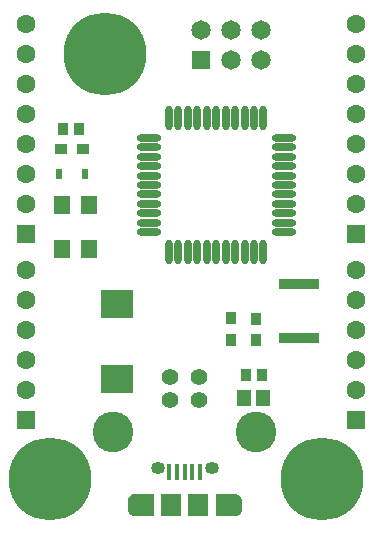
<source format=gts>
G04*
G04 #@! TF.GenerationSoftware,Altium Limited,Altium Designer,18.1.11 (251)*
G04*
G04 Layer_Color=8388736*
%FSLAX25Y25*%
%MOIN*%
G70*
G01*
G75*
%ADD18R,0.13504X0.03347*%
%ADD19R,0.07087X0.07480*%
%ADD20R,0.01575X0.05315*%
%ADD21R,0.03543X0.03937*%
%ADD22R,0.05118X0.05512*%
%ADD23O,0.02362X0.08071*%
%ADD24O,0.08071X0.02362*%
%ADD25R,0.03937X0.03543*%
%ADD26R,0.02480X0.03268*%
%ADD27R,0.11024X0.09449*%
%ADD28R,0.05512X0.06299*%
%ADD29O,0.04528X0.04134*%
%ADD30O,0.02953X0.05118*%
%ADD31C,0.06299*%
%ADD32R,0.06299X0.06299*%
%ADD33C,0.06496*%
%ADD34R,0.06496X0.06496*%
%ADD35C,0.27559*%
%ADD36C,0.13583*%
%ADD37C,0.05591*%
G36*
X177098Y337140D02*
X177762Y336476D01*
X178122Y335608D01*
Y335138D01*
Y332382D01*
Y331912D01*
X177762Y331044D01*
X177098Y330379D01*
X176230Y330020D01*
X169264D01*
Y337500D01*
X176230D01*
X177098Y337140D01*
D02*
G37*
G36*
X148791Y330020D02*
X141825D01*
X140957Y330379D01*
X140293Y331044D01*
X139933Y331912D01*
Y332382D01*
Y335138D01*
Y335608D01*
X140293Y336476D01*
X140957Y337140D01*
X141825Y337500D01*
X148791D01*
Y330020D01*
D02*
G37*
D18*
X197000Y389445D02*
D03*
Y407555D02*
D03*
D19*
X163555Y333760D02*
D03*
X154500D02*
D03*
D20*
X153909Y344783D02*
D03*
X164146D02*
D03*
X156468D02*
D03*
X159028D02*
D03*
X161586D02*
D03*
D21*
X184618Y377000D02*
D03*
X179303D02*
D03*
X118547Y459000D02*
D03*
X123862D02*
D03*
X174500Y396043D02*
D03*
Y388957D02*
D03*
X182921Y388775D02*
D03*
Y395861D02*
D03*
D22*
X185150Y369500D02*
D03*
X178850D02*
D03*
D23*
X185248Y462941D02*
D03*
X182098D02*
D03*
X178949D02*
D03*
X175799D02*
D03*
X172650D02*
D03*
X169500D02*
D03*
X166350D02*
D03*
X163201D02*
D03*
X160051D02*
D03*
X156902D02*
D03*
X153752D02*
D03*
Y418059D02*
D03*
X156902D02*
D03*
X160051D02*
D03*
X163201D02*
D03*
X166350D02*
D03*
X169500D02*
D03*
X172650D02*
D03*
X175799D02*
D03*
X178949D02*
D03*
X182098D02*
D03*
X185248D02*
D03*
D24*
X147059Y456248D02*
D03*
Y453098D02*
D03*
Y449949D02*
D03*
Y446799D02*
D03*
Y443650D02*
D03*
Y440500D02*
D03*
Y437350D02*
D03*
Y434201D02*
D03*
Y431051D02*
D03*
Y427902D02*
D03*
Y424752D02*
D03*
X191941D02*
D03*
Y427902D02*
D03*
Y431051D02*
D03*
Y434201D02*
D03*
Y437350D02*
D03*
Y440500D02*
D03*
Y443650D02*
D03*
Y446799D02*
D03*
Y449949D02*
D03*
Y453098D02*
D03*
Y456248D02*
D03*
D25*
X125000Y452503D02*
D03*
X117913D02*
D03*
D26*
X117141Y444000D02*
D03*
X125920D02*
D03*
D27*
X136500Y400962D02*
D03*
Y375765D02*
D03*
D28*
X127028Y419020D02*
D03*
Y433980D02*
D03*
X117972D02*
D03*
Y419020D02*
D03*
D29*
X150130Y346043D02*
D03*
X167925D02*
D03*
D30*
X142590Y333760D02*
D03*
X175464D02*
D03*
D31*
X216000Y412000D02*
D03*
Y392000D02*
D03*
Y372000D02*
D03*
Y382000D02*
D03*
Y402000D02*
D03*
Y494000D02*
D03*
Y474000D02*
D03*
Y454000D02*
D03*
Y434000D02*
D03*
Y444000D02*
D03*
Y464000D02*
D03*
Y484000D02*
D03*
X106000Y412000D02*
D03*
Y392000D02*
D03*
Y372000D02*
D03*
Y382000D02*
D03*
Y402000D02*
D03*
Y494000D02*
D03*
Y474000D02*
D03*
Y454000D02*
D03*
Y434000D02*
D03*
Y444000D02*
D03*
Y464000D02*
D03*
Y484000D02*
D03*
D32*
X216000Y362000D02*
D03*
Y424000D02*
D03*
X106000Y362000D02*
D03*
Y424000D02*
D03*
D33*
X174500Y492000D02*
D03*
Y482000D02*
D03*
X164500Y492000D02*
D03*
X184500Y482000D02*
D03*
Y492000D02*
D03*
D34*
X164500Y482000D02*
D03*
D35*
X114173Y342500D02*
D03*
X204724D02*
D03*
X132500Y484252D02*
D03*
D36*
X182615Y358000D02*
D03*
X135213D02*
D03*
D37*
X153993Y376543D02*
D03*
X163835D02*
D03*
Y368669D02*
D03*
X153993D02*
D03*
M02*

</source>
